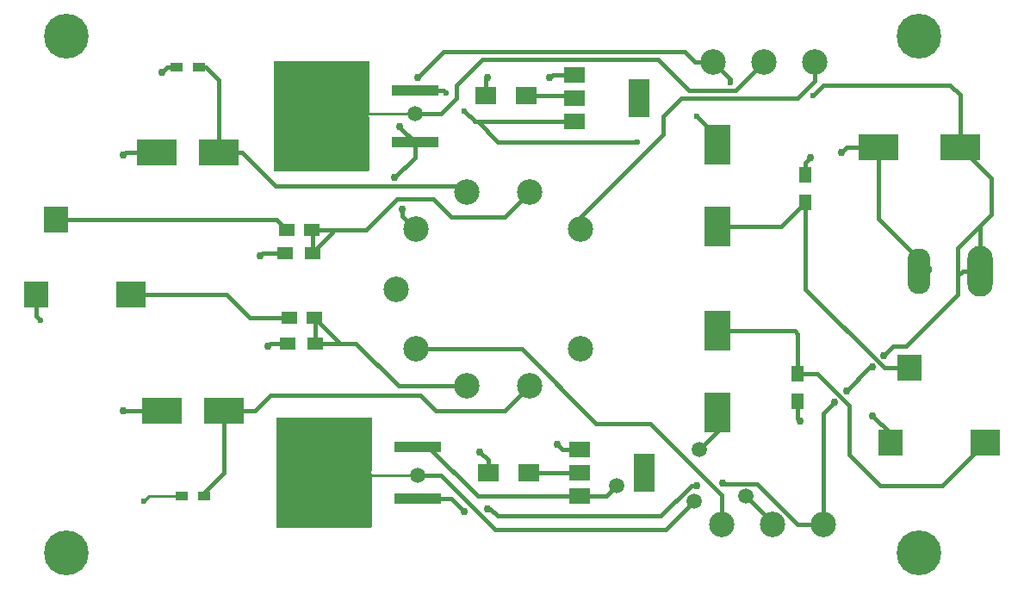
<source format=gtl>
G04 #@! TF.FileFunction,Copper,L1,Top,Signal*
%FSLAX46Y46*%
G04 Gerber Fmt 4.6, Leading zero omitted, Abs format (unit mm)*
G04 Created by KiCad (PCBNEW 4.0.7-e2-6376~58~ubuntu16.04.1) date Sat Jul 28 00:22:21 2018*
%MOMM*%
%LPD*%
G01*
G04 APERTURE LIST*
%ADD10C,0.100000*%
%ADD11O,2.500000X5.000000*%
%ADD12O,2.250000X4.500000*%
%ADD13R,4.600000X1.100000*%
%ADD14R,9.400000X10.800000*%
%ADD15R,4.550000X5.250000*%
%ADD16C,1.524000*%
%ADD17R,4.000000X2.500000*%
%ADD18R,2.500000X4.000000*%
%ADD19R,1.500000X1.300000*%
%ADD20R,1.200000X0.900000*%
%ADD21R,2.000000X1.700000*%
%ADD22R,1.300000X1.500000*%
%ADD23C,2.500000*%
%ADD24C,2.499360*%
%ADD25R,2.000000X3.800000*%
%ADD26R,2.000000X1.500000*%
%ADD27R,1.500000X1.250000*%
%ADD28R,2.400000X2.550000*%
%ADD29R,2.900000X2.550000*%
%ADD30C,4.400000*%
%ADD31C,0.700000*%
%ADD32C,0.600000*%
%ADD33C,0.750000*%
%ADD34C,1.500000*%
%ADD35C,0.450000*%
%ADD36C,0.250000*%
G04 APERTURE END LIST*
D10*
D11*
X201580000Y-117094000D03*
D12*
X195580000Y-117094000D03*
D13*
X146237000Y-139446000D03*
X146237000Y-134366000D03*
D14*
X137087000Y-136906000D03*
D15*
X134662000Y-134131000D03*
X139512000Y-139681000D03*
X134662000Y-139681000D03*
X139512000Y-134131000D03*
D16*
X134112000Y-139446000D03*
X139192000Y-139446000D03*
X136652000Y-136906000D03*
X139192000Y-134366000D03*
X134112000Y-134366000D03*
D13*
X145983000Y-104394000D03*
X145983000Y-99314000D03*
D14*
X136833000Y-101854000D03*
D15*
X134408000Y-99079000D03*
X139258000Y-104629000D03*
X134408000Y-104629000D03*
X139258000Y-99079000D03*
D16*
X133858000Y-104394000D03*
X138938000Y-104394000D03*
X138938000Y-99314000D03*
X133858000Y-99314000D03*
X136398000Y-101854000D03*
D17*
X121156000Y-130810000D03*
X127256000Y-130810000D03*
D18*
X175768000Y-131000000D03*
X175768000Y-123000000D03*
D17*
X120648000Y-105410000D03*
X126748000Y-105410000D03*
D18*
X175768000Y-104712000D03*
X175768000Y-112712000D03*
D17*
X199580000Y-104902000D03*
X191580000Y-104902000D03*
D19*
X136224000Y-124206000D03*
X133524000Y-124206000D03*
D20*
X125306000Y-139192000D03*
X123106000Y-139192000D03*
D21*
X157194000Y-136906000D03*
X153194000Y-136906000D03*
D22*
X183642000Y-129874000D03*
X183642000Y-127174000D03*
D19*
X135970000Y-115316000D03*
X133270000Y-115316000D03*
D20*
X124798000Y-97028000D03*
X122598000Y-97028000D03*
D21*
X156940000Y-99822000D03*
X152940000Y-99822000D03*
D22*
X184404000Y-107616000D03*
X184404000Y-110316000D03*
D23*
X181182000Y-141986000D03*
X176182000Y-141986000D03*
X186182000Y-141986000D03*
X180340000Y-96520000D03*
X185340000Y-96520000D03*
X175340000Y-96520000D03*
D24*
X162267900Y-124749560D03*
X157264100Y-128381760D03*
X151091900Y-128381760D03*
X146088100Y-124749560D03*
X144178020Y-118872000D03*
X146088100Y-112994440D03*
X151091900Y-109362240D03*
X157264100Y-109362240D03*
X162267900Y-112994440D03*
D25*
X168504000Y-136906000D03*
D26*
X162204000Y-136906000D03*
X162204000Y-139206000D03*
X162204000Y-134606000D03*
D25*
X167996000Y-100076000D03*
D26*
X161696000Y-100076000D03*
X161696000Y-102376000D03*
X161696000Y-97776000D03*
D27*
X136124000Y-121666000D03*
X133624000Y-121666000D03*
X135870000Y-113030000D03*
X133370000Y-113030000D03*
D28*
X108810000Y-119380000D03*
D29*
X118110000Y-119380000D03*
D28*
X110710000Y-112030000D03*
X192758000Y-133977000D03*
D29*
X202058000Y-133977000D03*
D28*
X194658000Y-126627000D03*
D30*
X195580000Y-144780000D03*
D31*
X197230000Y-144780000D03*
X196746726Y-145946726D03*
X195580000Y-146430000D03*
X194413274Y-145946726D03*
X193930000Y-144780000D03*
X194413274Y-143613274D03*
X195580000Y-143130000D03*
X196746726Y-143613274D03*
D30*
X195580000Y-93980000D03*
D31*
X197230000Y-93980000D03*
X196746726Y-95146726D03*
X195580000Y-95630000D03*
X194413274Y-95146726D03*
X193930000Y-93980000D03*
X194413274Y-92813274D03*
X195580000Y-92330000D03*
X196746726Y-92813274D03*
D30*
X111760000Y-144780000D03*
D31*
X113410000Y-144780000D03*
X112926726Y-145946726D03*
X111760000Y-146430000D03*
X110593274Y-145946726D03*
X110110000Y-144780000D03*
X110593274Y-143613274D03*
X111760000Y-143130000D03*
X112926726Y-143613274D03*
D30*
X111760000Y-93980000D03*
D31*
X113410000Y-93980000D03*
X112926726Y-95146726D03*
X111760000Y-95630000D03*
X110593274Y-95146726D03*
X110110000Y-93980000D03*
X110593274Y-92813274D03*
X111760000Y-92330000D03*
X112926726Y-92813274D03*
D32*
X109220000Y-121920000D03*
X119380000Y-139700000D03*
D33*
X152400000Y-134874000D03*
X160020000Y-134112000D03*
X183896000Y-131826000D03*
X191008000Y-131318000D03*
X184912000Y-105918000D03*
X187960000Y-105410000D03*
X159258000Y-98044000D03*
X153162000Y-98044000D03*
X130810000Y-115570000D03*
X131572000Y-124460000D03*
X121158000Y-97536000D03*
X117348000Y-105664000D03*
X117348000Y-130810000D03*
D34*
X173990000Y-134620000D03*
X165862000Y-138176000D03*
D32*
X173736000Y-101854000D03*
X167894000Y-104394000D03*
X150876000Y-101346000D03*
X149098000Y-99568000D03*
X177038000Y-98552000D03*
X185166000Y-99822000D03*
D33*
X144780000Y-110998000D03*
X144018000Y-107912000D03*
X150876000Y-140716000D03*
X153162000Y-140462000D03*
X173736000Y-138176000D03*
X176276000Y-137922000D03*
X187267314Y-129978686D03*
X188398686Y-128847314D03*
X190950314Y-126549686D03*
X192081686Y-125418314D03*
X144526000Y-102870000D03*
X146304000Y-98044000D03*
D34*
X146304000Y-137160000D03*
X173482000Y-139700000D03*
X178562000Y-139192000D03*
X146050000Y-101600000D03*
D35*
X140208000Y-124206000D02*
X138664000Y-124206000D01*
X138664000Y-124206000D02*
X136124000Y-121666000D01*
X136224000Y-124206000D02*
X140208000Y-124206000D01*
X144383760Y-128381760D02*
X151091900Y-128381760D01*
X140208000Y-124206000D02*
X144383760Y-128381760D01*
X136224000Y-124206000D02*
X136224000Y-121766000D01*
X136224000Y-121766000D02*
X136124000Y-121666000D01*
X133624000Y-121666000D02*
X129794000Y-121666000D01*
X129794000Y-121666000D02*
X127508000Y-119380000D01*
X127508000Y-119380000D02*
X118110000Y-119380000D01*
X191580000Y-111570000D02*
X191580000Y-104902000D01*
X191580000Y-111570000D02*
X191580000Y-111969000D01*
X191580000Y-111969000D02*
X195580000Y-115969000D01*
X195580000Y-115969000D02*
X195580000Y-117094000D01*
X108810000Y-119380000D02*
X108810000Y-121510000D01*
X108810000Y-121510000D02*
X109220000Y-121920000D01*
D36*
X196692000Y-117094000D02*
X196692000Y-116682000D01*
X123106000Y-139192000D02*
X119888000Y-139192000D01*
X119888000Y-139192000D02*
X119380000Y-139700000D01*
D35*
X153194000Y-136906000D02*
X153194000Y-135668000D01*
X153194000Y-135668000D02*
X152400000Y-134874000D01*
X162204000Y-134606000D02*
X160514000Y-134606000D01*
X160514000Y-134606000D02*
X160020000Y-134112000D01*
X183642000Y-129874000D02*
X183642000Y-131572000D01*
X183642000Y-131572000D02*
X183896000Y-131826000D01*
X192758000Y-133977000D02*
X192758000Y-133068000D01*
X192758000Y-133068000D02*
X191008000Y-131318000D01*
X184404000Y-107616000D02*
X184404000Y-106426000D01*
X184404000Y-106426000D02*
X184912000Y-105918000D01*
X191580000Y-104902000D02*
X188468000Y-104902000D01*
X188468000Y-104902000D02*
X187960000Y-105410000D01*
X161696000Y-97776000D02*
X159526000Y-97776000D01*
X159526000Y-97776000D02*
X159258000Y-98044000D01*
X152940000Y-99822000D02*
X152940000Y-98266000D01*
X152940000Y-98266000D02*
X153162000Y-98044000D01*
X133270000Y-115316000D02*
X131064000Y-115316000D01*
X131064000Y-115316000D02*
X130810000Y-115570000D01*
X133524000Y-124206000D02*
X131826000Y-124206000D01*
X131826000Y-124206000D02*
X131572000Y-124460000D01*
X122598000Y-97028000D02*
X121666000Y-97028000D01*
X121666000Y-97028000D02*
X121158000Y-97536000D01*
X120648000Y-105410000D02*
X117602000Y-105410000D01*
X117602000Y-105410000D02*
X117348000Y-105664000D01*
X121156000Y-130810000D02*
X117348000Y-130810000D01*
X127256000Y-130810000D02*
X130302000Y-130810000D01*
X154835860Y-130810000D02*
X157264100Y-128381760D01*
X148082000Y-130810000D02*
X154835860Y-130810000D01*
X146558000Y-129286000D02*
X148082000Y-130810000D01*
X131826000Y-129286000D02*
X146558000Y-129286000D01*
X130302000Y-130810000D02*
X131826000Y-129286000D01*
X125306000Y-139192000D02*
X125306000Y-138854000D01*
X125306000Y-138854000D02*
X127256000Y-136904000D01*
X127256000Y-136904000D02*
X127256000Y-130810000D01*
X162204000Y-139206000D02*
X164832000Y-139206000D01*
X173990000Y-134620000D02*
X175768000Y-132842000D01*
X164832000Y-139206000D02*
X165862000Y-138176000D01*
X175768000Y-132842000D02*
X175768000Y-131000000D01*
X146237000Y-134366000D02*
X147320000Y-134366000D01*
X147320000Y-134366000D02*
X152160000Y-139206000D01*
X152160000Y-139206000D02*
X162204000Y-139206000D01*
X183642000Y-127174000D02*
X185594000Y-127174000D01*
X197859000Y-138176000D02*
X202058000Y-133977000D01*
X191770000Y-138176000D02*
X197859000Y-138176000D01*
X188722000Y-135128000D02*
X191770000Y-138176000D01*
X188722000Y-130302000D02*
X188722000Y-135128000D01*
X185594000Y-127174000D02*
X188722000Y-130302000D01*
X175768000Y-123000000D02*
X183324000Y-123000000D01*
X183642000Y-123318000D02*
X183642000Y-127174000D01*
X183324000Y-123000000D02*
X183642000Y-123318000D01*
X135970000Y-115316000D02*
X135970000Y-115236000D01*
X135970000Y-115236000D02*
X137922000Y-113284000D01*
X135870000Y-113030000D02*
X141224000Y-113030000D01*
X154866340Y-111760000D02*
X157264100Y-109362240D01*
X149606000Y-111760000D02*
X154866340Y-111760000D01*
X147828000Y-109982000D02*
X149606000Y-111760000D01*
X144272000Y-109982000D02*
X147828000Y-109982000D01*
X141224000Y-113030000D02*
X144272000Y-109982000D01*
X135970000Y-115316000D02*
X135970000Y-113130000D01*
X135970000Y-113130000D02*
X135870000Y-113030000D01*
X110710000Y-112030000D02*
X132370000Y-112030000D01*
X132370000Y-112030000D02*
X133370000Y-113030000D01*
X126748000Y-105410000D02*
X129032000Y-105410000D01*
X132334000Y-108712000D02*
X150441660Y-108712000D01*
X129032000Y-105410000D02*
X132334000Y-108712000D01*
X150441660Y-108712000D02*
X151091900Y-109362240D01*
X124798000Y-97028000D02*
X125476000Y-97028000D01*
X126748000Y-98300000D02*
X126748000Y-105410000D01*
X125476000Y-97028000D02*
X126748000Y-98300000D01*
D36*
X126748000Y-105410000D02*
X127508000Y-105410000D01*
D35*
X151892000Y-102376000D02*
X152160000Y-102376000D01*
X173736000Y-101854000D02*
X175768000Y-103886000D01*
X154178000Y-104394000D02*
X167894000Y-104394000D01*
X152160000Y-102376000D02*
X154178000Y-104394000D01*
X175768000Y-103886000D02*
X175768000Y-104712000D01*
X145983000Y-99314000D02*
X148844000Y-99314000D01*
X151906000Y-102376000D02*
X151892000Y-102376000D01*
X151892000Y-102376000D02*
X161696000Y-102376000D01*
X150876000Y-101346000D02*
X151906000Y-102376000D01*
X148844000Y-99314000D02*
X149098000Y-99568000D01*
X184404000Y-110316000D02*
X184404000Y-118872000D01*
X192159000Y-126627000D02*
X194658000Y-126627000D01*
X184404000Y-118872000D02*
X192159000Y-126627000D01*
X194445000Y-126627000D02*
X194658000Y-126627000D01*
X175768000Y-112712000D02*
X182008000Y-112712000D01*
X182008000Y-112712000D02*
X184404000Y-110316000D01*
X199390000Y-119380000D02*
X199390000Y-118745000D01*
X199390000Y-118745000D02*
X199390000Y-114808000D01*
X201580000Y-117094000D02*
X199880000Y-117094000D01*
X199880000Y-117094000D02*
X199390000Y-117584000D01*
X199390000Y-117584000D02*
X199390000Y-118745000D01*
X202692000Y-111506000D02*
X201803000Y-112395000D01*
X201803000Y-112395000D02*
X201580000Y-112618000D01*
X193040000Y-124460000D02*
X194310000Y-124460000D01*
X194310000Y-124460000D02*
X199390000Y-119380000D01*
X192081686Y-125418314D02*
X193040000Y-124460000D01*
X199390000Y-114808000D02*
X201803000Y-112395000D01*
X201580000Y-112618000D02*
X201580000Y-117094000D01*
X175340000Y-96520000D02*
X173572234Y-96520000D01*
X173572234Y-96520000D02*
X172556234Y-95504000D01*
X172556234Y-95504000D02*
X148844000Y-95504000D01*
X177038000Y-98552000D02*
X177038000Y-98218000D01*
X177038000Y-98218000D02*
X175340000Y-96520000D01*
X198628000Y-98806000D02*
X186182000Y-98806000D01*
X186182000Y-98806000D02*
X185166000Y-99822000D01*
X144780000Y-110998000D02*
X144780000Y-111686340D01*
X144780000Y-111686340D02*
X146088100Y-112994440D01*
X145983000Y-104394000D02*
X145983000Y-105947000D01*
X145983000Y-105947000D02*
X144018000Y-107912000D01*
X150876000Y-140716000D02*
X149606000Y-139446000D01*
X149606000Y-139446000D02*
X146237000Y-139446000D01*
X154155670Y-141201670D02*
X153416000Y-140462000D01*
X153416000Y-140462000D02*
X153162000Y-140462000D01*
X170180000Y-141201670D02*
X154155670Y-141201670D01*
X173736000Y-138176000D02*
X173205670Y-138176000D01*
X173205670Y-138176000D02*
X170180000Y-141201670D01*
X183642000Y-141986000D02*
X179672999Y-138016999D01*
X179672999Y-138016999D02*
X176370999Y-138016999D01*
X176370999Y-138016999D02*
X176276000Y-137922000D01*
X186182000Y-141986000D02*
X183642000Y-141986000D01*
X187267314Y-129978686D02*
X186182000Y-131064000D01*
X186182000Y-131064000D02*
X186182000Y-141986000D01*
X190950314Y-126549686D02*
X190696314Y-126549686D01*
X190696314Y-126549686D02*
X188398686Y-128847314D01*
X202692000Y-108014000D02*
X202692000Y-111506000D01*
X144526000Y-102870000D02*
X144526000Y-102937000D01*
X144526000Y-102937000D02*
X145983000Y-104394000D01*
X148844000Y-95504000D02*
X146304000Y-98044000D01*
X199580000Y-104902000D02*
X199580000Y-99758000D01*
X199580000Y-99758000D02*
X198628000Y-98806000D01*
X175006000Y-96012000D02*
X175006000Y-95504000D01*
X202692000Y-108014000D02*
X199580000Y-104902000D01*
D36*
X137341000Y-137160000D02*
X146304000Y-137160000D01*
D35*
X148590000Y-137160000D02*
X146304000Y-137160000D01*
X153924000Y-142494000D02*
X148590000Y-137160000D01*
X170688000Y-142494000D02*
X153924000Y-142494000D01*
X173482000Y-139700000D02*
X170688000Y-142494000D01*
X178562000Y-139192000D02*
X181182000Y-141812000D01*
D36*
X137341000Y-137160000D02*
X137087000Y-136906000D01*
D35*
X137341000Y-137160000D02*
X137087000Y-136906000D01*
X181182000Y-141986000D02*
X181182000Y-141812000D01*
X172974000Y-99314000D02*
X177546000Y-99314000D01*
X177546000Y-99314000D02*
X180340000Y-96520000D01*
D36*
X137087000Y-101600000D02*
X146050000Y-101600000D01*
D35*
X148590000Y-101600000D02*
X146050000Y-101600000D01*
X150114000Y-100076000D02*
X148590000Y-101600000D01*
X150114000Y-98806000D02*
X150114000Y-100076000D01*
X152654000Y-96266000D02*
X150114000Y-98806000D01*
X169926000Y-96266000D02*
X152654000Y-96266000D01*
X172974000Y-99314000D02*
X169926000Y-96266000D01*
D36*
X137087000Y-101600000D02*
X136833000Y-101854000D01*
D35*
X137087000Y-101600000D02*
X136833000Y-101854000D01*
X157194000Y-136906000D02*
X162204000Y-136906000D01*
X156940000Y-99822000D02*
X161442000Y-99822000D01*
X161442000Y-99822000D02*
X161696000Y-100076000D01*
X146088100Y-124749560D02*
X156499560Y-124749560D01*
X176182000Y-139098000D02*
X176182000Y-141986000D01*
X169164000Y-132080000D02*
X176182000Y-139098000D01*
X163830000Y-132080000D02*
X169164000Y-132080000D01*
X156499560Y-124749560D02*
X163830000Y-132080000D01*
X183642000Y-100076000D02*
X185340000Y-98378000D01*
X185340000Y-98378000D02*
X185340000Y-96520000D01*
X172212000Y-100076000D02*
X183642000Y-100076000D01*
X162267900Y-112994440D02*
X162267900Y-111798100D01*
X162267900Y-111798100D02*
X170434000Y-103632000D01*
X170434000Y-103632000D02*
X170434000Y-101854000D01*
X170434000Y-101854000D02*
X172212000Y-100076000D01*
M02*

</source>
